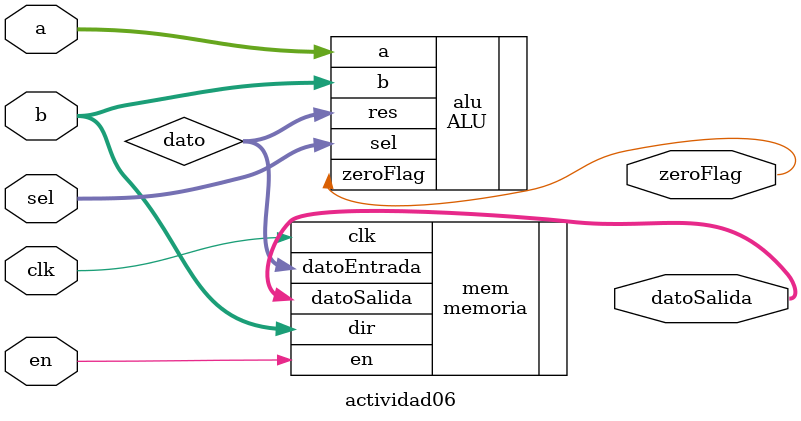
<source format=v>
module actividad06(
	input [7:0]
		a,
		b,
	input [2:0]sel,
	input
		en,
		clk,
	output [7:0]datoSalida,
	output zeroFlag
);
wire [7:0]dato;

ALU alu(
	.a(a),
	.b(b),
	.sel(sel),
	.zeroFlag(zeroFlag),
	.res(dato)
);

memoria mem(
	.en(en),
	.clk(clk),
	.dir(b),
	.datoEntrada(dato),
	.datoSalida(datoSalida)
);
endmodule
</source>
